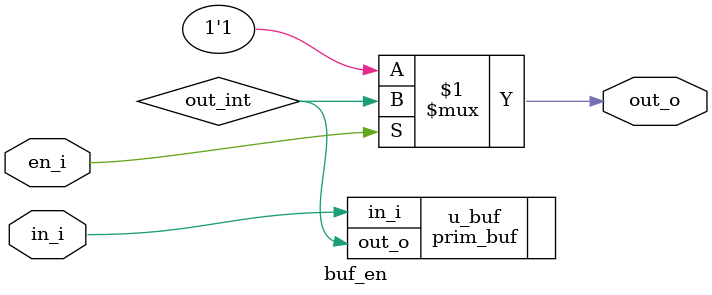
<source format=sv>

module buf_en #(
  parameter int Width = 1,
  parameter logic [Width-1:0] OutDisabled = {Width{1'b1}}
) (
  input                    en_i,
  input        [Width-1:0] in_i,
  output logic [Width-1:0] out_o
);

  logic [Width-1:0] out_int;
  prim_buf #(.Width(Width)) u_buf (
    .in_i   (in_i),
    .out_o  (out_int)
  );

  assign out_o = en_i ? out_int : OutDisabled;

endmodule

</source>
